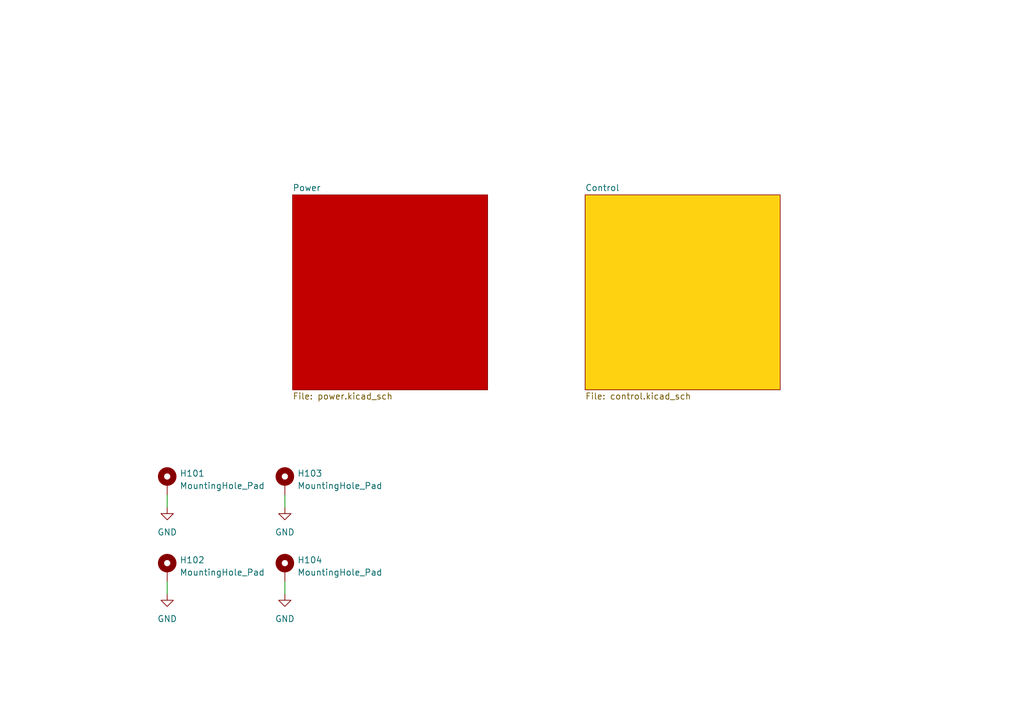
<source format=kicad_sch>
(kicad_sch (version 20230121) (generator eeschema)
  (paper "A5")
  (lib_symbols
    (symbol "Mechanical:MountingHole_Pad" (pin_numbers hide) (pin_names (offset 1.016) hide)
      (property "Reference" "H" (at 0 6.35 0))
      (property "Value" "MountingHole_Pad" (at 0 4.445 0))
      (symbol "MountingHole_Pad_0_1"
        (circle (center 0 1.27) (radius 1.27) (stroke (width 1.27)))
      )
      (symbol "MountingHole_Pad_1_1"
        (pin input line (at 0 -2.54 90) (length 2.54) (name "1") (number "1"))
      )
    )
    (symbol "power:GND" (power) (pin_names (offset 0))
      (property "Value" "GND" (at 0 -3.81 0))
      (symbol "GND_0_1"
        (polyline (pts (xy 0 0) (xy 0 -1.27) (xy 1.27 -1.27) (xy 0 -2.54) (xy -1.27 -1.27) (xy 0 -1.27)))
      )
      (symbol "GND_1_1"
        (pin power_in line (at 0 0 270) (length 0) hide (name "GND") (number "1"))
      )
    )
  )
  (wire (pts (xy 34.29 104.14) (xy 34.29 101.6)))
  (wire (pts (xy 58.42 104.14) (xy 58.42 101.6)))
  (wire (pts (xy 34.29 121.92) (xy 34.29 119.38)))
  (wire (pts (xy 58.42 121.92) (xy 58.42 119.38)))
  (symbol (lib_id "power:GND") (at 34.29 121.92 0) (unit 1)
    (property "Reference" "#PWR0102" (effects hide))
    (property "Value" "GND" (at 34.29 127 0))
  )
  (symbol (lib_id "Mechanical:MountingHole_Pad") (at 34.29 116.84 0) (unit 1)
    (property "Reference" "H102" (at 36.83 114.935 0) (effects (justify left)))
    (property "Value" "MountingHole_Pad" (at 36.83 117.475 0) (effects (justify left)))
    (property "Footprint" "MountingHole:MountingHole_3.2mm_M3_DIN965_Pad" (effects hide))
  )
  (symbol (lib_id "Mechanical:MountingHole_Pad") (at 34.29 99.06 0) (unit 1)
    (property "Reference" "H101" (at 36.83 97.155 0) (effects (justify left)))
    (property "Value" "MountingHole_Pad" (at 36.83 99.695 0) (effects (justify left)))
    (property "Footprint" "MountingHole:MountingHole_3.2mm_M3_DIN965_Pad" (effects hide))
  )
  (symbol (lib_id "power:GND") (at 58.42 121.92 0) (unit 1)
    (property "Reference" "#PWR0104" (effects hide))
    (property "Value" "GND" (at 58.42 127 0))
  )
  (symbol (lib_id "Mechanical:MountingHole_Pad") (at 58.42 116.84 0) (unit 1)
    (property "Reference" "H104" (at 60.96 114.935 0) (effects (justify left)))
    (property "Value" "MountingHole_Pad" (at 60.96 117.475 0) (effects (justify left)))
    (property "Footprint" "MountingHole:MountingHole_3.2mm_M3_DIN965_Pad" (effects hide))
  )
  (symbol (lib_id "power:GND") (at 58.42 104.14 0) (unit 1)
    (property "Reference" "#PWR0103" (effects hide))
    (property "Value" "GND" (at 58.42 109.22 0))
  )
  (symbol (lib_id "power:GND") (at 34.29 104.14 0) (unit 1)
    (property "Reference" "#PWR0101" (effects hide))
    (property "Value" "GND" (at 34.29 109.22 0))
  )
  (symbol (lib_id "Mechanical:MountingHole_Pad") (at 58.42 99.06 0) (unit 1)
    (property "Reference" "H103" (at 60.96 97.155 0) (effects (justify left)))
    (property "Value" "MountingHole_Pad" (at 60.96 99.695 0) (effects (justify left)))
    (property "Footprint" "MountingHole:MountingHole_3.2mm_M3_DIN965_Pad" (effects hide))
  )
  (sheet (at 120 40) (size 40 40) (stroke (width 0.1524)) (fill (color 254 210 17 1.0000))
    (property "Sheetname" "Control" (at 120 39.2884 0) (effects (justify left bottom)))
    (property "Sheetfile" "control.kicad_sch" (at 120 80.5846 0) (effects (justify left top)))
  )
  (sheet (at 60 40) (size 40 40) (stroke (width 0.1524)) (fill (color 194 0 0 1.0000))
    (property "Sheetname" "Power" (at 60 39.2884 0) (effects (justify left bottom)))
    (property "Sheetfile" "power.kicad_sch" (at 60 80.5846 0) (effects (justify left top)))
  )
)
</source>
